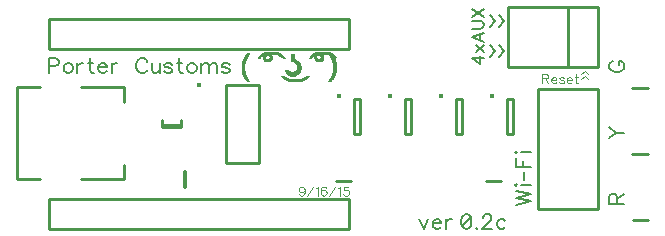
<source format=gbr>
G04 DipTrace 2.4.0.2*
%INTopSilk.gbr*%
%MOIN*%
%ADD10C,0.0098*%
%ADD12C,0.003*%
%ADD21C,0.0154*%
%ADD50C,0.0077*%
%ADD51C,0.0046*%
%ADD52C,0.0062*%
%FSLAX44Y44*%
G04*
G70*
G90*
G75*
G01*
%LNTopSilk*%
%LPD*%
D21*
X13893Y8898D3*
X14394Y8806D2*
D10*
Y7625D1*
X14591D1*
Y8806D1*
X14394D1*
D21*
X15593Y8898D3*
X16094Y8806D2*
D10*
Y7625D1*
X16291D1*
Y8806D1*
X16094D1*
D21*
X17293Y8898D3*
X17794Y8806D2*
D10*
Y7625D1*
X17991D1*
Y8806D1*
X17794D1*
D21*
X18993Y8898D3*
X19494Y8806D2*
D10*
Y7625D1*
X19691D1*
Y8806D1*
X19494D1*
X20540Y5140D2*
Y9140D1*
X22540D1*
Y5140D1*
X20540D1*
X14240Y10490D2*
Y11490D1*
X4240Y10490D2*
X14240D1*
X4240D2*
Y11490D1*
X4990D1*
X14240D1*
Y4490D2*
Y5490D1*
X4240Y4490D2*
X14240D1*
X4240D2*
Y5490D1*
X4990D1*
X14240D1*
X3177Y9195D2*
Y6125D1*
X5303Y9195D2*
X6721D1*
X5303Y6125D2*
X6721D1*
X3177Y9195D2*
X3925D1*
X3177Y6125D2*
X3925D1*
X6721Y9195D2*
Y8703D1*
Y6617D2*
Y6125D1*
X8645Y7937D2*
X8016D1*
X8645Y7863D2*
X8016D1*
X8645D2*
Y8098D1*
X8016Y7863D2*
Y8098D1*
X19540Y11890D2*
X21540D1*
X19540Y9890D2*
Y11890D1*
X21540Y9890D2*
Y11890D1*
X19540Y9890D2*
X21540D1*
X22540D1*
X21540Y11890D2*
Y9890D1*
Y11890D2*
X22540D1*
Y9890D1*
X24196Y4776D2*
X23684D1*
D21*
X9236Y9269D3*
X10129Y9279D2*
D10*
Y6681D1*
X11231Y9279D2*
Y6681D1*
X10129D2*
X11231D1*
X10129Y9279D2*
X11231D1*
X8726Y5884D2*
Y6396D1*
X19296Y6076D2*
X18784D1*
X14296D2*
X13784D1*
X8754Y6396D2*
Y5884D1*
X24191Y9181D2*
X23679D1*
X24191Y6981D2*
X23679D1*
X11430Y10360D2*
D12*
X11850D1*
X13140D2*
X13560D1*
X10830Y10330D2*
X10890D1*
X11362D2*
X11912D1*
X13072D2*
X13628D1*
X10805Y10300D2*
X10884D1*
X11306D2*
X11967D1*
X12300D2*
X12390D1*
X13016D2*
X13334D1*
X13366D2*
X13684D1*
X10782Y10270D2*
X10873D1*
X11263D2*
X11634D1*
X11879D2*
X12012D1*
X12300D2*
X12390D1*
X12973D2*
X13380D1*
X13559D2*
X13727D1*
X10761Y10240D2*
X10857D1*
X11231D2*
X11460D1*
X11573D2*
X11652D1*
X11934D2*
X12047D1*
X12300D2*
X12390D1*
X12941D2*
X13140D1*
X13283D2*
X13380D1*
X13585D2*
X13759D1*
X10740Y10210D2*
X10840D1*
X11208D2*
X11280D1*
X11370D2*
X11430D1*
X11589D2*
X11663D1*
X11984D2*
X12071D1*
X12300D2*
X12394D1*
X12918D2*
X12990D1*
X13080D2*
X13142D1*
X13299D2*
X13380D1*
X13607D2*
X13784D1*
X10721Y10180D2*
X10824D1*
X11190D2*
X11250D1*
X11371D2*
X11400D1*
X11601D2*
X11662D1*
X12030D2*
X12090D1*
X12300D2*
X12401D1*
X12900D2*
X12960D1*
X13081D2*
X13156D1*
X13311D2*
X13379D1*
X13625D2*
X13772D1*
X10705Y10150D2*
X10808D1*
X11376D2*
X11486D1*
X11519D2*
X11654D1*
X12300D2*
X12433D1*
X13086D2*
X13203D1*
X13229D2*
X13375D1*
X13641D2*
X13760D1*
X10692Y10120D2*
X10794D1*
X11388D2*
X11638D1*
X12302D2*
X12472D1*
X13098D2*
X13360D1*
X13656D2*
X13761D1*
X10681Y10090D2*
X10781D1*
X11408D2*
X11612D1*
X12315D2*
X12511D1*
X13118D2*
X13327D1*
X13667D2*
X13769D1*
X10670Y10060D2*
X10771D1*
X11430D2*
X11580D1*
X12357D2*
X12543D1*
X13140D2*
X13290D1*
X13675D2*
X13779D1*
X10661Y10030D2*
X10760D1*
X12405D2*
X12568D1*
X13683D2*
X13788D1*
X10655Y10000D2*
X10751D1*
X12445D2*
X12585D1*
X13691D2*
X13794D1*
X10652Y9970D2*
X10745D1*
X12474D2*
X12598D1*
X13700D2*
X13798D1*
X10651Y9940D2*
X10742D1*
X12495D2*
X12609D1*
X13705D2*
X13799D1*
X10650Y9910D2*
X10741D1*
X12503D2*
X12619D1*
X13708D2*
X13800D1*
X10650Y9880D2*
X10740D1*
X12507D2*
X12624D1*
X13709D2*
X13800D1*
X10650Y9850D2*
X10740D1*
X12508D2*
X12623D1*
X13710D2*
X13800D1*
X10650Y9820D2*
X10740D1*
X12504D2*
X12617D1*
X13710D2*
X13800D1*
X10650Y9790D2*
X10741D1*
X12496D2*
X12610D1*
X13709D2*
X13800D1*
X10650Y9760D2*
X10745D1*
X12090D2*
X12210D1*
X12482D2*
X12603D1*
X13705D2*
X13799D1*
X10651Y9730D2*
X10752D1*
X12102D2*
X12248D1*
X12444D2*
X12596D1*
X13698D2*
X13795D1*
X10655Y9700D2*
X10761D1*
X12117D2*
X12340D1*
X12351D2*
X12584D1*
X13689D2*
X13788D1*
X10663Y9670D2*
X10770D1*
X12136D2*
X12555D1*
X13680D2*
X13779D1*
X10675Y9640D2*
X10781D1*
X12179D2*
X12513D1*
X13669D2*
X13770D1*
X10688Y9610D2*
X10794D1*
X12236D2*
X12455D1*
X13656D2*
X13759D1*
X10703Y9580D2*
X10808D1*
X11970D2*
X12060D1*
X12300D2*
X12390D1*
X12810D2*
X12900D1*
X13642D2*
X13746D1*
X10718Y9550D2*
X10823D1*
X12000D2*
X12102D1*
X12768D2*
X12870D1*
X13627D2*
X13732D1*
X10734Y9520D2*
X10838D1*
X12031D2*
X12156D1*
X12714D2*
X12839D1*
X13612D2*
X13716D1*
X10753Y9490D2*
X10852D1*
X12068D2*
X12225D1*
X12645D2*
X12802D1*
X13596D2*
X13697D1*
X10776Y9460D2*
X10867D1*
X12114D2*
X12756D1*
X13577D2*
X13674D1*
X10802Y9430D2*
X10879D1*
X12174D2*
X12696D1*
X13555D2*
X13648D1*
X10830Y9400D2*
X10890D1*
X12240D2*
X12630D1*
X13530D2*
X13620D1*
X11430Y10360D2*
X11362Y10330D1*
X11306Y10300D1*
X11263Y10270D1*
X11231Y10240D1*
X11208Y10210D1*
X11190Y10180D1*
X11850Y10360D2*
X11912Y10330D1*
X11967Y10300D1*
X12012Y10270D1*
X12047Y10240D1*
X12071Y10210D1*
X12090Y10180D1*
X13140Y10360D2*
X13072Y10330D1*
X13016Y10300D1*
X12973Y10270D1*
X12941Y10240D1*
X12918Y10210D1*
X12900Y10180D1*
X13560Y10360D2*
X13628Y10330D1*
X13684Y10300D1*
X13727Y10270D1*
X13759Y10240D1*
X13784Y10210D1*
X13772Y10180D1*
X13760Y10150D1*
X13761Y10120D1*
X13769Y10090D1*
X13779Y10060D1*
X13788Y10030D1*
X13794Y10000D1*
X13798Y9970D1*
X13799Y9940D1*
X13800Y9910D1*
Y9880D1*
Y9850D1*
Y9820D1*
Y9790D1*
X13799Y9760D1*
X13795Y9730D1*
X13788Y9700D1*
X13779Y9670D1*
X13770Y9640D1*
X13759Y9610D1*
X13746Y9580D1*
X13732Y9550D1*
X13716Y9520D1*
X13697Y9490D1*
X13674Y9460D1*
X13648Y9430D1*
X13620Y9400D1*
X10830Y10330D2*
X10805Y10300D1*
X10782Y10270D1*
X10761Y10240D1*
X10740Y10210D1*
X10721Y10180D1*
X10705Y10150D1*
X10692Y10120D1*
X10681Y10090D1*
X10670Y10060D1*
X10661Y10030D1*
X10655Y10000D1*
X10652Y9970D1*
X10651Y9940D1*
X10650Y9910D1*
Y9880D1*
Y9850D1*
Y9820D1*
Y9790D1*
Y9760D1*
X10651Y9730D1*
X10655Y9700D1*
X10663Y9670D1*
X10675Y9640D1*
X10688Y9610D1*
X10703Y9580D1*
X10718Y9550D1*
X10734Y9520D1*
X10753Y9490D1*
X10776Y9460D1*
X10802Y9430D1*
X10830Y9400D1*
X10890Y10330D2*
X10884Y10300D1*
X10873Y10270D1*
X10857Y10240D1*
X10840Y10210D1*
X10824Y10180D1*
X10808Y10150D1*
X10794Y10120D1*
X10781Y10090D1*
X10771Y10060D1*
X10760Y10030D1*
X10751Y10000D1*
X10745Y9970D1*
X10742Y9940D1*
X10741Y9910D1*
X10740Y9880D1*
Y9850D1*
Y9820D1*
X10741Y9790D1*
X10745Y9760D1*
X10752Y9730D1*
X10761Y9700D1*
X10770Y9670D1*
X10781Y9640D1*
X10794Y9610D1*
X10808Y9580D1*
X10823Y9550D1*
X10838Y9520D1*
X10852Y9490D1*
X10867Y9460D1*
X10879Y9430D1*
X10890Y9400D1*
X12300Y10300D2*
Y10270D1*
Y10240D1*
Y10210D1*
Y10180D1*
Y10150D1*
X12302Y10120D1*
X12315Y10090D1*
X12357Y10060D1*
X12405Y10030D1*
X12445Y10000D1*
X12474Y9970D1*
X12495Y9940D1*
X12503Y9910D1*
X12507Y9880D1*
X12508Y9850D1*
X12504Y9820D1*
X12496Y9790D1*
X12482Y9760D1*
X12444Y9730D1*
X12351Y9700D1*
X12240Y9670D1*
X12390Y10300D2*
Y10270D1*
Y10240D1*
X12394Y10210D1*
X12401Y10180D1*
X12433Y10150D1*
X12472Y10120D1*
X12511Y10090D1*
X12543Y10060D1*
X12568Y10030D1*
X12585Y10000D1*
X12598Y9970D1*
X12609Y9940D1*
X12619Y9910D1*
X12624Y9880D1*
X12623Y9850D1*
X12617Y9820D1*
X12610Y9790D1*
X12603Y9760D1*
X12596Y9730D1*
X12584Y9700D1*
X12555Y9670D1*
X12513Y9640D1*
X12455Y9610D1*
X12390Y9580D1*
X13350Y10330D2*
X13334Y10300D1*
X13320Y10270D1*
X13350Y10330D2*
X13366Y10300D1*
X13380Y10270D1*
X11610Y10300D2*
X11634Y10270D1*
X11652Y10240D1*
X11663Y10210D1*
X11662Y10180D1*
X11654Y10150D1*
X11638Y10120D1*
X11612Y10090D1*
X11580Y10060D1*
X11820Y10300D2*
X11879Y10270D1*
X11934Y10240D1*
X11984Y10210D1*
X12030Y10180D1*
X13380Y10270D2*
Y10240D1*
Y10210D1*
X13379Y10180D1*
X13375Y10150D1*
X13360Y10120D1*
X13327Y10090D1*
X13290Y10060D1*
X13530Y10300D2*
X13559Y10270D1*
X13585Y10240D1*
X13607Y10210D1*
X13625Y10180D1*
X13641Y10150D1*
X13656Y10120D1*
X13667Y10090D1*
X13675Y10060D1*
X13683Y10030D1*
X13691Y10000D1*
X13700Y9970D1*
X13705Y9940D1*
X13708Y9910D1*
X13709Y9880D1*
X13710Y9850D1*
Y9820D1*
X13709Y9790D1*
X13705Y9760D1*
X13698Y9730D1*
X13689Y9700D1*
X13680Y9670D1*
X13669Y9640D1*
X13656Y9610D1*
X13642Y9580D1*
X13627Y9550D1*
X13612Y9520D1*
X13596Y9490D1*
X13577Y9460D1*
X13555Y9430D1*
X13530Y9400D1*
X11490Y10270D2*
X11460Y10240D1*
X11430Y10210D1*
X11400Y10180D1*
X11486Y10150D1*
X11580Y10120D1*
X11550Y10270D2*
X11573Y10240D1*
X11589Y10210D1*
X11601Y10180D1*
X11519Y10150D1*
X11430Y10120D1*
X13140Y10270D2*
Y10240D1*
X13142Y10210D1*
X13156Y10180D1*
X13203Y10150D1*
X13260Y10120D1*
Y10270D2*
X13283Y10240D1*
X13299Y10210D1*
X13311Y10180D1*
X13229Y10150D1*
X13140Y10120D1*
X11310Y10240D2*
X11280Y10210D1*
X11250Y10180D1*
X11370Y10240D2*
Y10210D1*
X11371Y10180D1*
X11376Y10150D1*
X11388Y10120D1*
X11408Y10090D1*
X11430Y10060D1*
X13020Y10240D2*
X12990Y10210D1*
X12960Y10180D1*
X13080Y10240D2*
Y10210D1*
X13081Y10180D1*
X13086Y10150D1*
X13098Y10120D1*
X13118Y10090D1*
X13140Y10060D1*
X12090Y9760D2*
X12102Y9730D1*
X12117Y9700D1*
X12136Y9670D1*
X12179Y9640D1*
X12236Y9610D1*
X12300Y9580D1*
X12210Y9760D2*
X12248Y9730D1*
X12340Y9700D1*
X12450Y9670D1*
X11970Y9580D2*
X12000Y9550D1*
X12031Y9520D1*
X12068Y9490D1*
X12114Y9460D1*
X12174Y9430D1*
X12240Y9400D1*
X12060Y9580D2*
X12102Y9550D1*
X12156Y9520D1*
X12225Y9490D1*
X12300Y9460D1*
X12810Y9580D2*
X12768Y9550D1*
X12714Y9520D1*
X12645Y9490D1*
X12570Y9460D1*
X12900Y9580D2*
X12870Y9550D1*
X12839Y9520D1*
X12802Y9490D1*
X12756Y9460D1*
X12696Y9430D1*
X12630Y9400D1*
X19808Y5278D2*
D50*
X20310Y5398D1*
X19808Y5517D1*
X20310Y5637D1*
X19808Y5757D1*
Y5911D2*
X19832Y5935D1*
X19808Y5959D1*
X19783Y5935D1*
X19808Y5911D1*
X19975Y5935D2*
X20310D1*
X20059Y6114D2*
Y6390D1*
X19808Y6855D2*
Y6544D1*
X20310D1*
X20047D2*
Y6736D1*
X19808Y7010D2*
X19832Y7034D1*
X19808Y7058D1*
X19783Y7034D1*
X19808Y7010D1*
X19975Y7034D2*
X20310D1*
X23152Y5318D2*
Y5533D1*
X23127Y5605D1*
X23104Y5629D1*
X23056Y5653D1*
X23008D1*
X22961Y5629D1*
X22936Y5605D1*
X22912Y5533D1*
Y5318D1*
X23415D1*
X23152Y5485D2*
X23415Y5653D1*
X23027Y10069D2*
X22980Y10046D1*
X22931Y9998D1*
X22908Y9950D1*
Y9854D1*
X22931Y9806D1*
X22980Y9759D1*
X23027Y9734D1*
X23099Y9711D1*
X23219D1*
X23290Y9734D1*
X23338Y9759D1*
X23386Y9806D1*
X23410Y9854D1*
Y9950D1*
X23386Y9997D1*
X23338Y10046D1*
X23290Y10069D1*
X23219D1*
Y9950D1*
X22908Y7499D2*
X23147Y7690D1*
X23410D1*
X22908Y7881D2*
X23147Y7690D1*
X4229Y9907D2*
X4444D1*
X4515Y9931D1*
X4540Y9955D1*
X4564Y10003D1*
Y10075D1*
X4540Y10122D1*
X4515Y10147D1*
X4444Y10170D1*
X4229D1*
Y9668D1*
X4837Y10003D2*
X4790Y9979D1*
X4742Y9931D1*
X4718Y9859D1*
Y9812D1*
X4742Y9740D1*
X4790Y9692D1*
X4837Y9668D1*
X4909D1*
X4957Y9692D1*
X5005Y9740D1*
X5029Y9812D1*
Y9859D1*
X5005Y9931D1*
X4957Y9979D1*
X4909Y10003D1*
X4837D1*
X5183D2*
Y9668D1*
Y9859D2*
X5208Y9931D1*
X5255Y9979D1*
X5303Y10003D1*
X5375D1*
X5602Y10170D2*
Y9764D1*
X5625Y9692D1*
X5673Y9668D1*
X5721D1*
X5530Y10003D2*
X5697D1*
X5875Y9859D2*
X6162D1*
Y9907D1*
X6138Y9955D1*
X6115Y9979D1*
X6067Y10003D1*
X5995D1*
X5947Y9979D1*
X5899Y9931D1*
X5875Y9859D1*
Y9812D1*
X5899Y9740D1*
X5947Y9692D1*
X5995Y9668D1*
X6067D1*
X6115Y9692D1*
X6162Y9740D1*
X6317Y10003D2*
Y9668D1*
Y9859D2*
X6341Y9931D1*
X6388Y9979D1*
X6436Y10003D1*
X6508D1*
X7507Y10051D2*
X7484Y10099D1*
X7436Y10147D1*
X7388Y10170D1*
X7292D1*
X7244Y10147D1*
X7197Y10099D1*
X7172Y10051D1*
X7149Y9979D1*
Y9859D1*
X7172Y9788D1*
X7197Y9740D1*
X7244Y9692D1*
X7292Y9668D1*
X7388D1*
X7436Y9692D1*
X7484Y9740D1*
X7507Y9788D1*
X7662Y10003D2*
Y9764D1*
X7686Y9692D1*
X7734Y9668D1*
X7806D1*
X7853Y9692D1*
X7925Y9764D1*
Y10003D2*
Y9668D1*
X8342Y9931D2*
X8319Y9979D1*
X8247Y10003D1*
X8175D1*
X8103Y9979D1*
X8079Y9931D1*
X8103Y9884D1*
X8151Y9859D1*
X8271Y9835D1*
X8319Y9812D1*
X8342Y9764D1*
Y9740D1*
X8319Y9692D1*
X8247Y9668D1*
X8175D1*
X8103Y9692D1*
X8079Y9740D1*
X8569Y10170D2*
Y9764D1*
X8592Y9692D1*
X8640Y9668D1*
X8688D1*
X8497Y10003D2*
X8664D1*
X8962D2*
X8914Y9979D1*
X8866Y9931D1*
X8842Y9859D1*
Y9812D1*
X8866Y9740D1*
X8914Y9692D1*
X8962Y9668D1*
X9034D1*
X9082Y9692D1*
X9129Y9740D1*
X9154Y9812D1*
Y9859D1*
X9129Y9931D1*
X9082Y9979D1*
X9034Y10003D1*
X8962D1*
X9308D2*
Y9668D1*
Y9907D2*
X9380Y9979D1*
X9428Y10003D1*
X9499D1*
X9547Y9979D1*
X9571Y9907D1*
Y9668D1*
Y9907D2*
X9643Y9979D1*
X9691Y10003D1*
X9762D1*
X9810Y9979D1*
X9835Y9907D1*
Y9668D1*
X10252Y9931D2*
X10228Y9979D1*
X10157Y10003D1*
X10085D1*
X10013Y9979D1*
X9989Y9931D1*
X10013Y9884D1*
X10061Y9859D1*
X10180Y9835D1*
X10228Y9812D1*
X10252Y9764D1*
Y9740D1*
X10228Y9692D1*
X10157Y9668D1*
X10085D1*
X10013Y9692D1*
X9989Y9740D1*
X20682Y9495D2*
D51*
X20811D1*
X20854Y9509D1*
X20869Y9524D1*
X20883Y9552D1*
Y9581D1*
X20869Y9609D1*
X20854Y9624D1*
X20811Y9638D1*
X20682D1*
Y9337D1*
X20783Y9495D2*
X20883Y9337D1*
X20976Y9452D2*
X21148D1*
Y9480D1*
X21134Y9509D1*
X21119Y9524D1*
X21091Y9538D1*
X21048D1*
X21019Y9524D1*
X20990Y9495D1*
X20976Y9452D1*
Y9423D1*
X20990Y9380D1*
X21019Y9351D1*
X21048Y9337D1*
X21091D1*
X21119Y9351D1*
X21148Y9380D1*
X21398Y9495D2*
X21384Y9524D1*
X21341Y9538D1*
X21298D1*
X21255Y9524D1*
X21241Y9495D1*
X21255Y9466D1*
X21284Y9452D1*
X21355Y9437D1*
X21384Y9423D1*
X21398Y9394D1*
Y9380D1*
X21384Y9351D1*
X21341Y9337D1*
X21298D1*
X21255Y9351D1*
X21241Y9380D1*
X21491Y9452D2*
X21663D1*
Y9480D1*
X21649Y9509D1*
X21635Y9524D1*
X21606Y9538D1*
X21563D1*
X21534Y9524D1*
X21505Y9495D1*
X21491Y9452D1*
Y9423D1*
X21505Y9380D1*
X21534Y9351D1*
X21563Y9337D1*
X21606D1*
X21635Y9351D1*
X21663Y9380D1*
X21799Y9638D2*
Y9394D1*
X21813Y9351D1*
X21842Y9337D1*
X21871D1*
X21756Y9538D2*
X21856D1*
X19230Y11601D2*
D50*
X19397Y11410D1*
X19230Y11219D1*
X18930Y11601D2*
X19097Y11410D1*
X18930Y11219D1*
X18728Y10162D2*
D52*
X18326D1*
X18594Y9971D1*
Y10258D1*
X18460Y10381D2*
X18728Y10592D1*
X18460D2*
X18728Y10381D1*
Y11022D2*
X18326Y10868D1*
X18728Y10715D1*
X18594Y10773D2*
Y10964D1*
X18326Y11145D2*
X18613D1*
X18670Y11164D1*
X18708Y11203D1*
X18728Y11260D1*
Y11298D1*
X18708Y11356D1*
X18670Y11394D1*
X18613Y11413D1*
X18326D1*
Y11537D2*
X18728Y11805D1*
X18326D2*
X18728Y11537D1*
X21982Y9637D2*
D51*
X22097Y9738D1*
X22212Y9637D1*
X21982Y9487D2*
X22097Y9588D1*
X22212Y9487D1*
X19230Y10601D2*
D50*
X19397Y10410D1*
X19230Y10219D1*
X18930Y10601D2*
X19097Y10410D1*
X18930Y10219D1*
X16579Y4803D2*
X16722Y4468D1*
X16865Y4803D1*
X17020Y4659D2*
X17307D1*
Y4707D1*
X17283Y4755D1*
X17259Y4779D1*
X17211Y4803D1*
X17139D1*
X17092Y4779D1*
X17044Y4731D1*
X17020Y4659D1*
Y4612D1*
X17044Y4540D1*
X17092Y4492D1*
X17139Y4468D1*
X17211D1*
X17259Y4492D1*
X17307Y4540D1*
X17461Y4803D2*
Y4468D1*
Y4659D2*
X17485Y4731D1*
X17533Y4779D1*
X17581Y4803D1*
X17653D1*
X18122Y4970D2*
X18050Y4946D1*
X18002Y4874D1*
X17979Y4755D1*
Y4683D1*
X18002Y4564D1*
X18050Y4492D1*
X18122Y4468D1*
X18170D1*
X18242Y4492D1*
X18289Y4564D1*
X18314Y4683D1*
Y4755D1*
X18289Y4874D1*
X18242Y4946D1*
X18170Y4970D1*
X18122D1*
X18289Y4874D2*
X18002Y4564D1*
X18492Y4516D2*
X18468Y4492D1*
X18492Y4468D1*
X18516Y4492D1*
X18492Y4516D1*
X18695Y4850D2*
Y4874D1*
X18718Y4922D1*
X18742Y4946D1*
X18790Y4970D1*
X18886D1*
X18933Y4946D1*
X18957Y4922D1*
X18982Y4874D1*
Y4827D1*
X18957Y4779D1*
X18910Y4707D1*
X18670Y4468D1*
X19005D1*
X19447Y4731D2*
X19399Y4779D1*
X19351Y4803D1*
X19280D1*
X19232Y4779D1*
X19184Y4731D1*
X19160Y4659D1*
Y4612D1*
X19184Y4540D1*
X19232Y4492D1*
X19280Y4468D1*
X19351D1*
X19399Y4492D1*
X19447Y4540D1*
X12750Y5788D2*
D51*
X12735Y5745D1*
X12707Y5716D1*
X12664Y5702D1*
X12649D1*
X12606Y5716D1*
X12578Y5745D1*
X12563Y5788D1*
Y5802D1*
X12578Y5845D1*
X12606Y5874D1*
X12649Y5888D1*
X12664D1*
X12707Y5874D1*
X12735Y5845D1*
X12750Y5788D1*
Y5716D1*
X12735Y5644D1*
X12707Y5601D1*
X12664Y5587D1*
X12635D1*
X12592Y5601D1*
X12578Y5630D1*
X12842Y5587D2*
X13043Y5888D1*
X13136Y5831D2*
X13165Y5845D1*
X13208Y5888D1*
Y5587D1*
X13473Y5845D2*
X13459Y5874D1*
X13415Y5888D1*
X13387D1*
X13344Y5874D1*
X13315Y5831D1*
X13301Y5759D1*
Y5687D1*
X13315Y5630D1*
X13344Y5601D1*
X13387Y5587D1*
X13401D1*
X13444Y5601D1*
X13473Y5630D1*
X13487Y5673D1*
Y5687D1*
X13473Y5730D1*
X13444Y5759D1*
X13401Y5773D1*
X13387D1*
X13344Y5759D1*
X13315Y5730D1*
X13301Y5687D1*
X13580Y5587D2*
X13781Y5888D1*
X13873Y5831D2*
X13902Y5845D1*
X13945Y5888D1*
Y5587D1*
X14210Y5888D2*
X14067D1*
X14052Y5759D1*
X14067Y5773D1*
X14110Y5788D1*
X14153D1*
X14196Y5773D1*
X14225Y5745D1*
X14239Y5702D1*
Y5673D1*
X14225Y5630D1*
X14196Y5601D1*
X14153Y5587D1*
X14110D1*
X14067Y5601D1*
X14052Y5616D1*
X14038Y5644D1*
M02*

</source>
